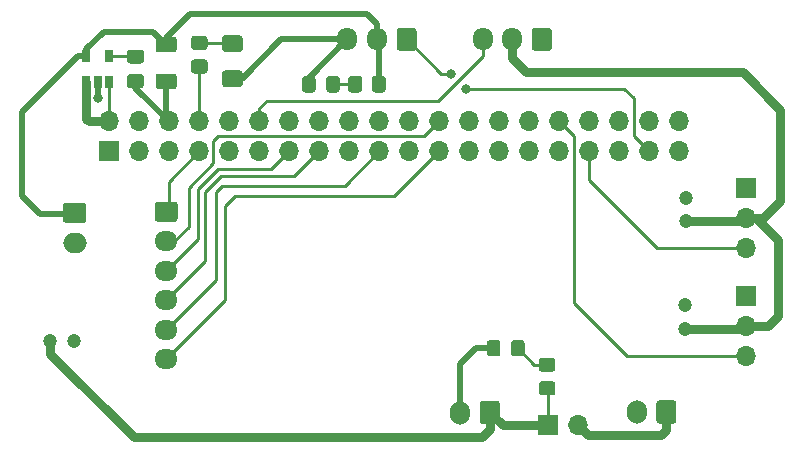
<source format=gbr>
%TF.GenerationSoftware,KiCad,Pcbnew,(5.1.10)-1*%
%TF.CreationDate,2023-05-11T15:26:33-07:00*%
%TF.ProjectId,CUBOTino2,4355424f-5469-46e6-9f32-2e6b69636164,rev?*%
%TF.SameCoordinates,Original*%
%TF.FileFunction,Copper,L1,Top*%
%TF.FilePolarity,Positive*%
%FSLAX46Y46*%
G04 Gerber Fmt 4.6, Leading zero omitted, Abs format (unit mm)*
G04 Created by KiCad (PCBNEW (5.1.10)-1) date 2023-05-11 15:26:33*
%MOMM*%
%LPD*%
G01*
G04 APERTURE LIST*
%TA.AperFunction,ComponentPad*%
%ADD10O,1.700000X2.000000*%
%TD*%
%TA.AperFunction,ComponentPad*%
%ADD11O,2.000000X1.700000*%
%TD*%
%TA.AperFunction,ComponentPad*%
%ADD12O,1.950000X1.700000*%
%TD*%
%TA.AperFunction,ComponentPad*%
%ADD13O,1.700000X1.700000*%
%TD*%
%TA.AperFunction,ComponentPad*%
%ADD14R,1.700000X1.700000*%
%TD*%
%TA.AperFunction,ComponentPad*%
%ADD15O,1.700000X1.950000*%
%TD*%
%TA.AperFunction,SMDPad,CuDef*%
%ADD16R,0.650000X1.060000*%
%TD*%
%TA.AperFunction,ComponentPad*%
%ADD17C,1.200000*%
%TD*%
%TA.AperFunction,ViaPad*%
%ADD18C,0.800000*%
%TD*%
%TA.AperFunction,Conductor*%
%ADD19C,0.500000*%
%TD*%
%TA.AperFunction,Conductor*%
%ADD20C,0.750000*%
%TD*%
%TA.AperFunction,Conductor*%
%ADD21C,0.250000*%
%TD*%
G04 APERTURE END LIST*
D10*
%TO.P,J6,2*%
%TO.N,GND*%
X153550000Y-86850000D03*
%TO.P,J6,1*%
%TO.N,+5VP*%
%TA.AperFunction,ComponentPad*%
G36*
G01*
X156900000Y-86100000D02*
X156900000Y-87600000D01*
G75*
G02*
X156650000Y-87850000I-250000J0D01*
G01*
X155450000Y-87850000D01*
G75*
G02*
X155200000Y-87600000I0J250000D01*
G01*
X155200000Y-86100000D01*
G75*
G02*
X155450000Y-85850000I250000J0D01*
G01*
X156650000Y-85850000D01*
G75*
G02*
X156900000Y-86100000I0J-250000D01*
G01*
G37*
%TD.AperFunction*%
%TD*%
%TO.P,J4,2*%
%TO.N,GND*%
X138600000Y-86900000D03*
%TO.P,J4,1*%
%TO.N,+5V*%
%TA.AperFunction,ComponentPad*%
G36*
G01*
X141950000Y-86150000D02*
X141950000Y-87650000D01*
G75*
G02*
X141700000Y-87900000I-250000J0D01*
G01*
X140500000Y-87900000D01*
G75*
G02*
X140250000Y-87650000I0J250000D01*
G01*
X140250000Y-86150000D01*
G75*
G02*
X140500000Y-85900000I250000J0D01*
G01*
X141700000Y-85900000D01*
G75*
G02*
X141950000Y-86150000I0J-250000D01*
G01*
G37*
%TD.AperFunction*%
%TD*%
D11*
%TO.P,J2,2*%
%TO.N,GND*%
X105950000Y-72500000D03*
%TO.P,J2,1*%
%TO.N,+3V3*%
%TA.AperFunction,ComponentPad*%
G36*
G01*
X105200000Y-69150000D02*
X106700000Y-69150000D01*
G75*
G02*
X106950000Y-69400000I0J-250000D01*
G01*
X106950000Y-70600000D01*
G75*
G02*
X106700000Y-70850000I-250000J0D01*
G01*
X105200000Y-70850000D01*
G75*
G02*
X104950000Y-70600000I0J250000D01*
G01*
X104950000Y-69400000D01*
G75*
G02*
X105200000Y-69150000I250000J0D01*
G01*
G37*
%TD.AperFunction*%
%TD*%
D12*
%TO.P,J3,6*%
%TO.N,SCLK*%
X113700000Y-82400000D03*
%TO.P,J3,5*%
%TO.N,MOSI*%
X113700000Y-79900000D03*
%TO.P,J3,4*%
%TO.N,RST*%
X113700000Y-77400000D03*
%TO.P,J3,3*%
%TO.N,REG_SEL*%
X113700000Y-74900000D03*
%TO.P,J3,2*%
%TO.N,CS*%
X113700000Y-72400000D03*
%TO.P,J3,1*%
%TO.N,BACK_LIGHT*%
%TA.AperFunction,ComponentPad*%
G36*
G01*
X112975000Y-69050000D02*
X114425000Y-69050000D01*
G75*
G02*
X114675000Y-69300000I0J-250000D01*
G01*
X114675000Y-70500000D01*
G75*
G02*
X114425000Y-70750000I-250000J0D01*
G01*
X112975000Y-70750000D01*
G75*
G02*
X112725000Y-70500000I0J250000D01*
G01*
X112725000Y-69300000D01*
G75*
G02*
X112975000Y-69050000I250000J0D01*
G01*
G37*
%TD.AperFunction*%
%TD*%
D13*
%TO.P,J8,3*%
%TO.N,PWM_TOP*%
X162800000Y-82080000D03*
%TO.P,J8,2*%
%TO.N,+5VP*%
X162800000Y-79540000D03*
D14*
%TO.P,J8,1*%
%TO.N,GND*%
X162800000Y-77000000D03*
%TD*%
D13*
%TO.P,J7,3*%
%TO.N,PWM_CUBE*%
X162800000Y-72980000D03*
%TO.P,J7,2*%
%TO.N,+5VP*%
X162800000Y-70440000D03*
D14*
%TO.P,J7,1*%
%TO.N,GND*%
X162800000Y-67900000D03*
%TD*%
D15*
%TO.P,J10,3*%
%TO.N,GND*%
X129050000Y-55300000D03*
%TO.P,J10,2*%
%TO.N,+3V3*%
X131550000Y-55300000D03*
%TO.P,J10,1*%
%TO.N,TOUCH*%
%TA.AperFunction,ComponentPad*%
G36*
G01*
X134900000Y-54575000D02*
X134900000Y-56025000D01*
G75*
G02*
X134650000Y-56275000I-250000J0D01*
G01*
X133450000Y-56275000D01*
G75*
G02*
X133200000Y-56025000I0J250000D01*
G01*
X133200000Y-54575000D01*
G75*
G02*
X133450000Y-54325000I250000J0D01*
G01*
X134650000Y-54325000D01*
G75*
G02*
X134900000Y-54575000I0J-250000D01*
G01*
G37*
%TD.AperFunction*%
%TD*%
%TO.P,J9,3*%
%TO.N,PWM_LED*%
X140500000Y-55300000D03*
%TO.P,J9,2*%
%TO.N,+5VP*%
X143000000Y-55300000D03*
%TO.P,J9,1*%
%TO.N,GND*%
%TA.AperFunction,ComponentPad*%
G36*
G01*
X146350000Y-54575000D02*
X146350000Y-56025000D01*
G75*
G02*
X146100000Y-56275000I-250000J0D01*
G01*
X144900000Y-56275000D01*
G75*
G02*
X144650000Y-56025000I0J250000D01*
G01*
X144650000Y-54575000D01*
G75*
G02*
X144900000Y-54325000I250000J0D01*
G01*
X146100000Y-54325000D01*
G75*
G02*
X146350000Y-54575000I0J-250000D01*
G01*
G37*
%TD.AperFunction*%
%TD*%
D16*
%TO.P,U1,5*%
%TO.N,+3V3*%
X106950000Y-56700000D03*
%TO.P,U1,4*%
%TO.N,Net-(C3-Pad1)*%
X108850000Y-56700000D03*
%TO.P,U1,3*%
%TO.N,+5V*%
X108850000Y-58900000D03*
%TO.P,U1,2*%
%TO.N,GND*%
X107900000Y-58900000D03*
%TO.P,U1,1*%
%TO.N,+5V*%
X106950000Y-58900000D03*
%TD*%
%TO.P,C3,2*%
%TO.N,GND*%
%TA.AperFunction,SMDPad,CuDef*%
G36*
G01*
X110625000Y-58250000D02*
X111575000Y-58250000D01*
G75*
G02*
X111825000Y-58500000I0J-250000D01*
G01*
X111825000Y-59175000D01*
G75*
G02*
X111575000Y-59425000I-250000J0D01*
G01*
X110625000Y-59425000D01*
G75*
G02*
X110375000Y-59175000I0J250000D01*
G01*
X110375000Y-58500000D01*
G75*
G02*
X110625000Y-58250000I250000J0D01*
G01*
G37*
%TD.AperFunction*%
%TO.P,C3,1*%
%TO.N,Net-(C3-Pad1)*%
%TA.AperFunction,SMDPad,CuDef*%
G36*
G01*
X110625000Y-56175000D02*
X111575000Y-56175000D01*
G75*
G02*
X111825000Y-56425000I0J-250000D01*
G01*
X111825000Y-57100000D01*
G75*
G02*
X111575000Y-57350000I-250000J0D01*
G01*
X110625000Y-57350000D01*
G75*
G02*
X110375000Y-57100000I0J250000D01*
G01*
X110375000Y-56425000D01*
G75*
G02*
X110625000Y-56175000I250000J0D01*
G01*
G37*
%TD.AperFunction*%
%TD*%
%TO.P,R3,2*%
%TO.N,+3V3*%
%TA.AperFunction,SMDPad,CuDef*%
G36*
G01*
X131100000Y-59550001D02*
X131100000Y-58649999D01*
G75*
G02*
X131349999Y-58400000I249999J0D01*
G01*
X132050001Y-58400000D01*
G75*
G02*
X132300000Y-58649999I0J-249999D01*
G01*
X132300000Y-59550001D01*
G75*
G02*
X132050001Y-59800000I-249999J0D01*
G01*
X131349999Y-59800000D01*
G75*
G02*
X131100000Y-59550001I0J249999D01*
G01*
G37*
%TD.AperFunction*%
%TO.P,R3,1*%
%TO.N,Net-(D3-Pad2)*%
%TA.AperFunction,SMDPad,CuDef*%
G36*
G01*
X129100000Y-59550001D02*
X129100000Y-58649999D01*
G75*
G02*
X129349999Y-58400000I249999J0D01*
G01*
X130050001Y-58400000D01*
G75*
G02*
X130300000Y-58649999I0J-249999D01*
G01*
X130300000Y-59550001D01*
G75*
G02*
X130050001Y-59800000I-249999J0D01*
G01*
X129349999Y-59800000D01*
G75*
G02*
X129100000Y-59550001I0J249999D01*
G01*
G37*
%TD.AperFunction*%
%TD*%
%TO.P,R1,2*%
%TO.N,+5V*%
%TA.AperFunction,SMDPad,CuDef*%
G36*
G01*
X145499999Y-84250000D02*
X146400001Y-84250000D01*
G75*
G02*
X146650000Y-84499999I0J-249999D01*
G01*
X146650000Y-85200001D01*
G75*
G02*
X146400001Y-85450000I-249999J0D01*
G01*
X145499999Y-85450000D01*
G75*
G02*
X145250000Y-85200001I0J249999D01*
G01*
X145250000Y-84499999D01*
G75*
G02*
X145499999Y-84250000I249999J0D01*
G01*
G37*
%TD.AperFunction*%
%TO.P,R1,1*%
%TO.N,Net-(D1-Pad2)*%
%TA.AperFunction,SMDPad,CuDef*%
G36*
G01*
X145499999Y-82250000D02*
X146400001Y-82250000D01*
G75*
G02*
X146650000Y-82499999I0J-249999D01*
G01*
X146650000Y-83200001D01*
G75*
G02*
X146400001Y-83450000I-249999J0D01*
G01*
X145499999Y-83450000D01*
G75*
G02*
X145250000Y-83200001I0J249999D01*
G01*
X145250000Y-82499999D01*
G75*
G02*
X145499999Y-82250000I249999J0D01*
G01*
G37*
%TD.AperFunction*%
%TD*%
%TO.P,D3,2*%
%TO.N,Net-(D3-Pad2)*%
%TA.AperFunction,SMDPad,CuDef*%
G36*
G01*
X127250000Y-59550001D02*
X127250000Y-58649999D01*
G75*
G02*
X127499999Y-58400000I249999J0D01*
G01*
X128150001Y-58400000D01*
G75*
G02*
X128400000Y-58649999I0J-249999D01*
G01*
X128400000Y-59550001D01*
G75*
G02*
X128150001Y-59800000I-249999J0D01*
G01*
X127499999Y-59800000D01*
G75*
G02*
X127250000Y-59550001I0J249999D01*
G01*
G37*
%TD.AperFunction*%
%TO.P,D3,1*%
%TO.N,GND*%
%TA.AperFunction,SMDPad,CuDef*%
G36*
G01*
X125200000Y-59550001D02*
X125200000Y-58649999D01*
G75*
G02*
X125449999Y-58400000I249999J0D01*
G01*
X126100001Y-58400000D01*
G75*
G02*
X126350000Y-58649999I0J-249999D01*
G01*
X126350000Y-59550001D01*
G75*
G02*
X126100001Y-59800000I-249999J0D01*
G01*
X125449999Y-59800000D01*
G75*
G02*
X125200000Y-59550001I0J249999D01*
G01*
G37*
%TD.AperFunction*%
%TD*%
%TO.P,D1,2*%
%TO.N,Net-(D1-Pad2)*%
%TA.AperFunction,SMDPad,CuDef*%
G36*
G01*
X142900000Y-81900001D02*
X142900000Y-80999999D01*
G75*
G02*
X143149999Y-80750000I249999J0D01*
G01*
X143800001Y-80750000D01*
G75*
G02*
X144050000Y-80999999I0J-249999D01*
G01*
X144050000Y-81900001D01*
G75*
G02*
X143800001Y-82150000I-249999J0D01*
G01*
X143149999Y-82150000D01*
G75*
G02*
X142900000Y-81900001I0J249999D01*
G01*
G37*
%TD.AperFunction*%
%TO.P,D1,1*%
%TO.N,GND*%
%TA.AperFunction,SMDPad,CuDef*%
G36*
G01*
X140850000Y-81900001D02*
X140850000Y-80999999D01*
G75*
G02*
X141099999Y-80750000I249999J0D01*
G01*
X141750001Y-80750000D01*
G75*
G02*
X142000000Y-80999999I0J-249999D01*
G01*
X142000000Y-81900001D01*
G75*
G02*
X141750001Y-82150000I-249999J0D01*
G01*
X141099999Y-82150000D01*
G75*
G02*
X140850000Y-81900001I0J249999D01*
G01*
G37*
%TD.AperFunction*%
%TD*%
D17*
%TO.P,C7,2*%
%TO.N,GND*%
X157700000Y-68700000D03*
%TO.P,C7,1*%
%TO.N,+5VP*%
X157700000Y-70700000D03*
%TD*%
%TO.P,C6,2*%
%TO.N,GND*%
X157600000Y-77800000D03*
%TO.P,C6,1*%
%TO.N,+5VP*%
X157600000Y-79800000D03*
%TD*%
%TO.P,C1,2*%
%TO.N,GND*%
X105900000Y-80800000D03*
%TO.P,C1,1*%
%TO.N,+5V*%
X103900000Y-80800000D03*
%TD*%
%TO.P,C5,2*%
%TO.N,GND*%
%TA.AperFunction,SMDPad,CuDef*%
G36*
G01*
X113049998Y-58200000D02*
X114350002Y-58200000D01*
G75*
G02*
X114600000Y-58449998I0J-249998D01*
G01*
X114600000Y-59275002D01*
G75*
G02*
X114350002Y-59525000I-249998J0D01*
G01*
X113049998Y-59525000D01*
G75*
G02*
X112800000Y-59275002I0J249998D01*
G01*
X112800000Y-58449998D01*
G75*
G02*
X113049998Y-58200000I249998J0D01*
G01*
G37*
%TD.AperFunction*%
%TO.P,C5,1*%
%TO.N,+3V3*%
%TA.AperFunction,SMDPad,CuDef*%
G36*
G01*
X113049998Y-55075000D02*
X114350002Y-55075000D01*
G75*
G02*
X114600000Y-55324998I0J-249998D01*
G01*
X114600000Y-56150002D01*
G75*
G02*
X114350002Y-56400000I-249998J0D01*
G01*
X113049998Y-56400000D01*
G75*
G02*
X112800000Y-56150002I0J249998D01*
G01*
X112800000Y-55324998D01*
G75*
G02*
X113049998Y-55075000I249998J0D01*
G01*
G37*
%TD.AperFunction*%
%TD*%
%TO.P,R2,2*%
%TO.N,Net-(J1-Pad8)*%
%TA.AperFunction,SMDPad,CuDef*%
G36*
G01*
X116049999Y-57000000D02*
X116950001Y-57000000D01*
G75*
G02*
X117200000Y-57249999I0J-249999D01*
G01*
X117200000Y-57950001D01*
G75*
G02*
X116950001Y-58200000I-249999J0D01*
G01*
X116049999Y-58200000D01*
G75*
G02*
X115800000Y-57950001I0J249999D01*
G01*
X115800000Y-57249999D01*
G75*
G02*
X116049999Y-57000000I249999J0D01*
G01*
G37*
%TD.AperFunction*%
%TO.P,R2,1*%
%TO.N,Net-(D2-Pad2)*%
%TA.AperFunction,SMDPad,CuDef*%
G36*
G01*
X116049999Y-55000000D02*
X116950001Y-55000000D01*
G75*
G02*
X117200000Y-55249999I0J-249999D01*
G01*
X117200000Y-55950001D01*
G75*
G02*
X116950001Y-56200000I-249999J0D01*
G01*
X116049999Y-56200000D01*
G75*
G02*
X115800000Y-55950001I0J249999D01*
G01*
X115800000Y-55249999D01*
G75*
G02*
X116049999Y-55000000I249999J0D01*
G01*
G37*
%TD.AperFunction*%
%TD*%
D13*
%TO.P,J5,2*%
%TO.N,+5VP*%
X148590000Y-87950000D03*
D14*
%TO.P,J5,1*%
%TO.N,+5V*%
X146050000Y-87950000D03*
%TD*%
D13*
%TO.P,J1,40*%
%TO.N,Net-(J1-Pad40)*%
X157130000Y-62230000D03*
%TO.P,J1,39*%
%TO.N,GND*%
X157130000Y-64770000D03*
%TO.P,J1,38*%
%TO.N,Net-(J1-Pad38)*%
X154590000Y-62230000D03*
%TO.P,J1,37*%
%TO.N,TOUCH*%
X154590000Y-64770000D03*
%TO.P,J1,36*%
%TO.N,Net-(J1-Pad36)*%
X152050000Y-62230000D03*
%TO.P,J1,35*%
%TO.N,Net-(J1-Pad35)*%
X152050000Y-64770000D03*
%TO.P,J1,34*%
%TO.N,GND*%
X149510000Y-62230000D03*
%TO.P,J1,33*%
%TO.N,PWM_CUBE*%
X149510000Y-64770000D03*
%TO.P,J1,32*%
%TO.N,PWM_TOP*%
X146970000Y-62230000D03*
%TO.P,J1,31*%
%TO.N,Net-(J1-Pad31)*%
X146970000Y-64770000D03*
%TO.P,J1,30*%
%TO.N,GND*%
X144430000Y-62230000D03*
%TO.P,J1,29*%
%TO.N,Net-(J1-Pad29)*%
X144430000Y-64770000D03*
%TO.P,J1,28*%
%TO.N,Net-(J1-Pad28)*%
X141890000Y-62230000D03*
%TO.P,J1,27*%
%TO.N,Net-(J1-Pad27)*%
X141890000Y-64770000D03*
%TO.P,J1,26*%
%TO.N,Net-(J1-Pad26)*%
X139350000Y-62230000D03*
%TO.P,J1,25*%
%TO.N,GND*%
X139350000Y-64770000D03*
%TO.P,J1,24*%
%TO.N,CS*%
X136810000Y-62230000D03*
%TO.P,J1,23*%
%TO.N,SCLK*%
X136810000Y-64770000D03*
%TO.P,J1,22*%
%TO.N,Net-(J1-Pad22)*%
X134270000Y-62230000D03*
%TO.P,J1,21*%
%TO.N,Net-(J1-Pad21)*%
X134270000Y-64770000D03*
%TO.P,J1,20*%
%TO.N,GND*%
X131730000Y-62230000D03*
%TO.P,J1,19*%
%TO.N,MOSI*%
X131730000Y-64770000D03*
%TO.P,J1,18*%
%TO.N,Net-(J1-Pad18)*%
X129190000Y-62230000D03*
%TO.P,J1,17*%
%TO.N,Net-(J1-Pad17)*%
X129190000Y-64770000D03*
%TO.P,J1,16*%
%TO.N,Net-(J1-Pad16)*%
X126650000Y-62230000D03*
%TO.P,J1,15*%
%TO.N,RST*%
X126650000Y-64770000D03*
%TO.P,J1,14*%
%TO.N,GND*%
X124110000Y-62230000D03*
%TO.P,J1,13*%
%TO.N,REG_SEL*%
X124110000Y-64770000D03*
%TO.P,J1,12*%
%TO.N,PWM_LED*%
X121570000Y-62230000D03*
%TO.P,J1,11*%
%TO.N,Net-(J1-Pad11)*%
X121570000Y-64770000D03*
%TO.P,J1,10*%
%TO.N,Net-(J1-Pad10)*%
X119030000Y-62230000D03*
%TO.P,J1,9*%
%TO.N,GND*%
X119030000Y-64770000D03*
%TO.P,J1,8*%
%TO.N,Net-(J1-Pad8)*%
X116490000Y-62230000D03*
%TO.P,J1,7*%
%TO.N,BACK_LIGHT*%
X116490000Y-64770000D03*
%TO.P,J1,6*%
%TO.N,GND*%
X113950000Y-62230000D03*
%TO.P,J1,5*%
%TO.N,Net-(J1-Pad5)*%
X113950000Y-64770000D03*
%TO.P,J1,4*%
%TO.N,+5V*%
X111410000Y-62230000D03*
%TO.P,J1,3*%
%TO.N,Net-(J1-Pad3)*%
X111410000Y-64770000D03*
%TO.P,J1,2*%
%TO.N,+5V*%
X108870000Y-62230000D03*
D14*
%TO.P,J1,1*%
%TO.N,Net-(J1-Pad1)*%
X108870000Y-64770000D03*
%TD*%
%TO.P,D2,2*%
%TO.N,Net-(D2-Pad2)*%
%TA.AperFunction,SMDPad,CuDef*%
G36*
G01*
X119925000Y-56375000D02*
X118675000Y-56375000D01*
G75*
G02*
X118425000Y-56125000I0J250000D01*
G01*
X118425000Y-55200000D01*
G75*
G02*
X118675000Y-54950000I250000J0D01*
G01*
X119925000Y-54950000D01*
G75*
G02*
X120175000Y-55200000I0J-250000D01*
G01*
X120175000Y-56125000D01*
G75*
G02*
X119925000Y-56375000I-250000J0D01*
G01*
G37*
%TD.AperFunction*%
%TO.P,D2,1*%
%TO.N,GND*%
%TA.AperFunction,SMDPad,CuDef*%
G36*
G01*
X119925000Y-59350000D02*
X118675000Y-59350000D01*
G75*
G02*
X118425000Y-59100000I0J250000D01*
G01*
X118425000Y-58175000D01*
G75*
G02*
X118675000Y-57925000I250000J0D01*
G01*
X119925000Y-57925000D01*
G75*
G02*
X120175000Y-58175000I0J-250000D01*
G01*
X120175000Y-59100000D01*
G75*
G02*
X119925000Y-59350000I-250000J0D01*
G01*
G37*
%TD.AperFunction*%
%TD*%
D18*
%TO.N,GND*%
X107925000Y-60300000D03*
%TO.N,TOUCH*%
X139062653Y-59462653D03*
X137800000Y-58200000D03*
%TD*%
D19*
%TO.N,GND*%
X107900000Y-60275000D02*
X107925000Y-60300000D01*
X107900000Y-58900000D02*
X107900000Y-60275000D01*
X111100000Y-59380000D02*
X113950000Y-62230000D01*
X111100000Y-58837500D02*
X111100000Y-59380000D01*
X105637500Y-72187500D02*
X105950000Y-72500000D01*
X113700000Y-61980000D02*
X113950000Y-62230000D01*
X113700000Y-58862500D02*
X113700000Y-61980000D01*
X141425000Y-81450000D02*
X139950000Y-81450000D01*
X138600000Y-82800000D02*
X138600000Y-86900000D01*
X139950000Y-81450000D02*
X138600000Y-82800000D01*
X119300000Y-58637500D02*
X120112500Y-58637500D01*
X123450000Y-55300000D02*
X129050000Y-55300000D01*
X120112500Y-58637500D02*
X123450000Y-55300000D01*
X125775000Y-58575000D02*
X129050000Y-55300000D01*
X125775000Y-59100000D02*
X125775000Y-58575000D01*
D20*
%TO.N,+5V*%
X108850000Y-62210000D02*
X108870000Y-62230000D01*
D21*
X108850000Y-58900000D02*
X108850000Y-62210000D01*
D20*
X106950000Y-58900000D02*
X106950000Y-62050000D01*
X107130000Y-62230000D02*
X108870000Y-62230000D01*
X106950000Y-62050000D02*
X107130000Y-62230000D01*
X141100000Y-86900000D02*
X141150000Y-86900000D01*
X142200000Y-87950000D02*
X146050000Y-87950000D01*
X141150000Y-86900000D02*
X142200000Y-87950000D01*
X140400000Y-88950000D02*
X141100000Y-88250000D01*
X110950000Y-88950000D02*
X140400000Y-88950000D01*
X103900000Y-81900000D02*
X110950000Y-88950000D01*
X141100000Y-88250000D02*
X141100000Y-86900000D01*
X103900000Y-80800000D02*
X103900000Y-81900000D01*
X146050000Y-84950000D02*
X145950000Y-84850000D01*
D21*
X146050000Y-87950000D02*
X146050000Y-84950000D01*
D20*
%TO.N,+5VP*%
X143000000Y-55300000D02*
X143000000Y-56900000D01*
X143000000Y-56900000D02*
X144200000Y-58100000D01*
X144200000Y-58100000D02*
X162500000Y-58100000D01*
X162500000Y-58100000D02*
X165700000Y-61300000D01*
X165700000Y-61300000D02*
X165700000Y-69000000D01*
X165700000Y-69000000D02*
X164260000Y-70440000D01*
X162800000Y-79540000D02*
X164660000Y-79540000D01*
X164660000Y-79540000D02*
X165500000Y-78700000D01*
X165500000Y-72280000D02*
X163660000Y-70440000D01*
X165500000Y-78700000D02*
X165500000Y-72280000D01*
X163660000Y-70440000D02*
X162800000Y-70440000D01*
X164260000Y-70440000D02*
X163660000Y-70440000D01*
X162540000Y-79800000D02*
X162800000Y-79540000D01*
X157600000Y-79800000D02*
X162540000Y-79800000D01*
X162540000Y-70700000D02*
X162800000Y-70440000D01*
X157700000Y-70700000D02*
X162540000Y-70700000D01*
X148590000Y-87950000D02*
X149440000Y-88800000D01*
X149440000Y-88800000D02*
X155600000Y-88800000D01*
X156050000Y-88350000D02*
X156050000Y-86850000D01*
X155600000Y-88800000D02*
X156050000Y-88350000D01*
D21*
%TO.N,Net-(D1-Pad2)*%
X144875000Y-82850000D02*
X143475000Y-81450000D01*
X145950000Y-82850000D02*
X144875000Y-82850000D01*
%TO.N,BACK_LIGHT*%
X116490000Y-64770000D02*
X113900000Y-67360000D01*
X113900000Y-69700000D02*
X113700000Y-69900000D01*
X113900000Y-67360000D02*
X113900000Y-69700000D01*
%TO.N,CS*%
X117700000Y-63900000D02*
X117700000Y-65800000D01*
X118100000Y-63500000D02*
X117700000Y-63900000D01*
X135540000Y-63500000D02*
X118100000Y-63500000D01*
X136810000Y-62230000D02*
X135540000Y-63500000D01*
X117700000Y-65800000D02*
X115600000Y-67900000D01*
X115600000Y-67900000D02*
X115600000Y-71200000D01*
X114400000Y-72400000D02*
X113700000Y-72400000D01*
X115600000Y-71200000D02*
X114400000Y-72400000D01*
%TO.N,REG_SEL*%
X122580000Y-66300000D02*
X118100000Y-66300000D01*
X124110000Y-64770000D02*
X122580000Y-66300000D01*
X118100000Y-66300000D02*
X116400000Y-68000000D01*
X116400000Y-72200000D02*
X113700000Y-74900000D01*
X116400000Y-68000000D02*
X116400000Y-72200000D01*
%TO.N,RST*%
X117000000Y-74100000D02*
X113700000Y-77400000D01*
X117000000Y-68200000D02*
X117000000Y-74100000D01*
X118300000Y-66900000D02*
X117000000Y-68200000D01*
X124520000Y-66900000D02*
X118300000Y-66900000D01*
X126650000Y-64770000D02*
X124520000Y-66900000D01*
%TO.N,MOSI*%
X117900000Y-75700000D02*
X113700000Y-79900000D01*
X117900000Y-68200000D02*
X117900000Y-75700000D01*
X118400000Y-67700000D02*
X117900000Y-68200000D01*
X128800000Y-67700000D02*
X118400000Y-67700000D01*
X131730000Y-64770000D02*
X128800000Y-67700000D01*
%TO.N,SCLK*%
X132980000Y-68600000D02*
X119500000Y-68600000D01*
X136810000Y-64770000D02*
X132980000Y-68600000D01*
X119500000Y-68600000D02*
X118700000Y-69400000D01*
X118700000Y-77400000D02*
X113700000Y-82400000D01*
X118700000Y-69400000D02*
X118700000Y-77400000D01*
D19*
%TO.N,+3V3*%
X131700000Y-55050000D02*
X131700000Y-59100000D01*
X106950000Y-56700000D02*
X106250000Y-56700000D01*
X106250000Y-56700000D02*
X101500000Y-61450000D01*
X101500000Y-68562500D02*
X103050000Y-70112500D01*
X101500000Y-61450000D02*
X101500000Y-68562500D01*
X105837500Y-70112500D02*
X105950000Y-70000000D01*
X103050000Y-70112500D02*
X105837500Y-70112500D01*
X106950000Y-56700000D02*
X106950000Y-56150000D01*
X106950000Y-56150000D02*
X108450000Y-54650000D01*
X112612500Y-54650000D02*
X113700000Y-55737500D01*
X108450000Y-54650000D02*
X112612500Y-54650000D01*
X131550000Y-54000000D02*
X131550000Y-55300000D01*
X130700000Y-53150000D02*
X131550000Y-54000000D01*
X115750000Y-53150000D02*
X130700000Y-53150000D01*
X113700000Y-55200000D02*
X115750000Y-53150000D01*
X113700000Y-55737500D02*
X113700000Y-55200000D01*
D21*
%TO.N,PWM_LED*%
X136700000Y-60500000D02*
X140500000Y-56700000D01*
X122200000Y-60500000D02*
X136700000Y-60500000D01*
X140500000Y-56700000D02*
X140500000Y-55300000D01*
X121570000Y-61130000D02*
X122200000Y-60500000D01*
X121570000Y-62230000D02*
X121570000Y-61130000D01*
%TO.N,PWM_TOP*%
X152680000Y-82080000D02*
X162800000Y-82080000D01*
X148250000Y-77650000D02*
X152680000Y-82080000D01*
X148250000Y-63510000D02*
X148250000Y-77650000D01*
X146970000Y-62230000D02*
X148250000Y-63510000D01*
%TO.N,PWM_CUBE*%
X149510000Y-64770000D02*
X149510000Y-67210000D01*
X155280000Y-72980000D02*
X162800000Y-72980000D01*
X149510000Y-67210000D02*
X155280000Y-72980000D01*
%TO.N,Net-(D2-Pad2)*%
X119237500Y-55600000D02*
X119300000Y-55662500D01*
X116500000Y-55600000D02*
X119237500Y-55600000D01*
%TO.N,Net-(D3-Pad2)*%
X127825000Y-59100000D02*
X129700000Y-59100000D01*
%TO.N,TOUCH*%
X152462653Y-59462653D02*
X139062653Y-59462653D01*
X153300000Y-60300000D02*
X152462653Y-59462653D01*
X153300000Y-63480000D02*
X153300000Y-60300000D01*
X154590000Y-64770000D02*
X153300000Y-63480000D01*
X136950000Y-58200000D02*
X134050000Y-55300000D01*
X137800000Y-58200000D02*
X136950000Y-58200000D01*
%TO.N,Net-(C3-Pad1)*%
X111037500Y-56700000D02*
X111100000Y-56762500D01*
X108850000Y-56700000D02*
X111037500Y-56700000D01*
%TO.N,Net-(J1-Pad8)*%
X116490000Y-57610000D02*
X116500000Y-57600000D01*
X116490000Y-62230000D02*
X116490000Y-57610000D01*
%TD*%
M02*

</source>
